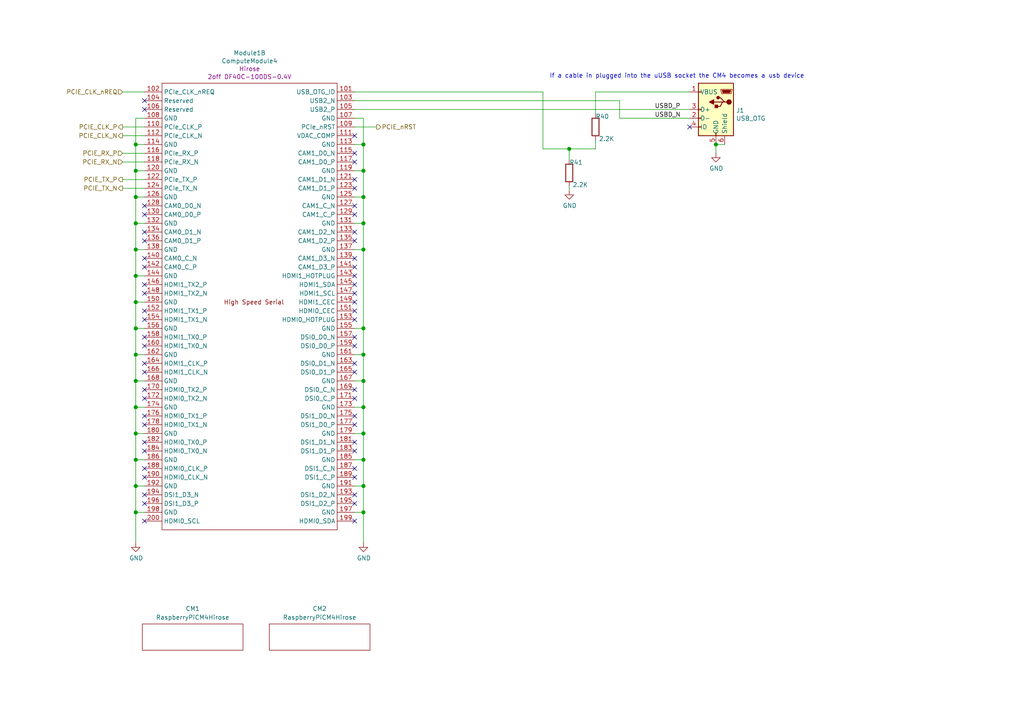
<source format=kicad_sch>
(kicad_sch (version 20210621) (generator eeschema)
  (paper "A4")
  (title_block (title "AP3500v2") (date "2021-01-19") (rev "1") (company "(c) ISis ImageStream Internet Solutions 2020") (comment 1 "www.imagestream.com"))
  (lib_symbols
    (symbol "AP3000:RaspberryPiCM4Hirose"
      (property "Reference" "CM" (at 0 0 0))
      (property "Value" "RaspberryPiCM4Hirose" (at 0 0 0))
      (symbol "RaspberryPiCM4Hirose_0_1"
        (rectangle (start -11.43 3.81) (end 17.78 -3.81) (stroke (width 0.1524)))
      )
    )
    (symbol "AP3500:ComputeModule4-CM4"
      (property "Reference" "Module" (at 113.03 -68.58 0))
      (property "Value" "ComputeModule4-CM4" (at 140.97 2.54 0))
      (property "Field4" "Hirose" (at 0 0 0))
      (property "Field5" "2x DF40C-100DS-0.4V" (at 0 -2.54 0))
      (symbol "ComputeModule4-CM4_1_0"
        (text "GPIO" (at 0 6.35 0) (effects (font (size 1.27 1.27))))
      )
      (symbol "ComputeModule4-CM4_1_1"
        (text "600mA Max" (at -8.89 -53.34 0) (effects (font (size 1.27 1.27))))
        (text "600mA Max" (at -8.89 -48.26 0) (effects (font (size 1.27 1.27))))
        (text "NB SD signals are only available" (at -1.27 -27.94 0) (effects (font (size 1.27 1.27))))
        (text "on modules without eMMC" (at -1.27 -30.48 0) (effects (font (size 1.27 1.27))))
        (rectangle (start -30.48 -71.12) (end 25.4 58.42))
        (pin power_in line (at 27.94 55.88 180) (length 2.54) (name "GND") (number "1"))
        (pin passive line (at -33.02 45.72 0) (length 2.54) (name "Ethernet_Pair0_N") (number "10"))
        (pin output line (at -33.02 -68.58 0) (length 2.54) (name "nEXTRST") (number "100"))
        (pin passive line (at 27.94 43.18 180) (length 2.54) (name "Ethernet_Pair2_P") (number "11"))
        (pin passive line (at -33.02 43.18 0) (length 2.54) (name "Ethernet_Pair0_P") (number "12"))
        (pin power_in line (at 27.94 40.64 180) (length 2.54) (name "GND") (number "13"))
        (pin power_in line (at -33.02 40.64 0) (length 2.54) (name "GND") (number "14"))
        (pin output line (at 27.94 38.1 180) (length 2.54) (name "Ethernet_nLED3(3.3v)") (number "15"))
        (pin input line (at -33.02 38.1 0) (length 2.54) (name "Ethernet_SYNC_IN(1.8v)") (number "16"))
        (pin output line (at 27.94 35.56 180) (length 2.54) (name "Ethernet_nLED2(3.3v)") (number "17"))
        (pin input line (at -33.02 35.56 0) (length 2.54) (name "Ethernet_SYNC_OUT(1.8v)") (number "18"))
        (pin output line (at 27.94 33.02 180) (length 2.54) (name "Ethernet_nLED1(3.3v)") (number "19"))
        (pin power_in line (at -33.02 55.88 0) (length 2.54) (name "GND") (number "2"))
        (pin passive line (at -33.02 33.02 0) (length 2.54) (name "EEPROM_nWP") (number "20"))
        (pin open_collector line (at 27.94 30.48 180) (length 2.54) (name "PI_nLED_Activity") (number "21"))
        (pin power_in line (at -33.02 30.48 0) (length 2.54) (name "GND") (number "22"))
        (pin power_in line (at 27.94 27.94 180) (length 2.54) (name "GND") (number "23"))
        (pin passive line (at -33.02 27.94 0) (length 2.54) (name "GPIO26") (number "24"))
        (pin passive line (at 27.94 25.4 180) (length 2.54) (name "GPIO21") (number "25"))
        (pin passive line (at -33.02 25.4 0) (length 2.54) (name "GPIO19") (number "26"))
        (pin passive line (at 27.94 22.86 180) (length 2.54) (name "GPIO20") (number "27"))
        (pin passive line (at -33.02 22.86 0) (length 2.54) (name "GPIO13") (number "28"))
        (pin passive line (at 27.94 20.32 180) (length 2.54) (name "GPIO16") (number "29"))
        (pin passive line (at 27.94 53.34 180) (length 2.54) (name "Ethernet_Pair3_P") (number "3"))
        (pin passive line (at -33.02 20.32 0) (length 2.54) (name "GPIO6") (number "30"))
        (pin passive line (at 27.94 17.78 180) (length 2.54) (name "GPIO12") (number "31"))
        (pin power_in line (at -33.02 17.78 0) (length 2.54) (name "GND") (number "32"))
        (pin power_in line (at 27.94 15.24 180) (length 2.54) (name "GND") (number "33"))
        (pin passive line (at -33.02 15.24 0) (length 2.54) (name "GPIO5") (number "34"))
        (pin passive line (at 27.94 12.7 180) (length 2.54) (name "ID_SC") (number "35"))
        (pin passive line (at -33.02 12.7 0) (length 2.54) (name "ID_SD") (number "36"))
        (pin passive line (at 27.94 10.16 180) (length 2.54) (name "GPIO7") (number "37"))
        (pin passive line (at -33.02 10.16 0) (length 2.54) (name "GPIO11") (number "38"))
        (pin passive line (at 27.94 7.62 180) (length 2.54) (name "GPIO8") (number "39"))
        (pin passive line (at -33.02 53.34 0) (length 2.54) (name "Ethernet_Pair1_P") (number "4"))
        (pin passive line (at -33.02 7.62 0) (length 2.54) (name "GPIO9") (number "40"))
        (pin passive line (at 27.94 5.08 180) (length 2.54) (name "GPIO25") (number "41"))
        (pin power_in line (at -33.02 5.08 0) (length 2.54) (name "GND") (number "42"))
        (pin power_in line (at 27.94 2.54 180) (length 2.54) (name "GND") (number "43"))
        (pin passive line (at -33.02 2.54 0) (length 2.54) (name "GPIO10") (number "44"))
        (pin passive line (at 27.94 0 180) (length 2.54) (name "GPIO24") (number "45"))
        (pin passive line (at -33.02 0 0) (length 2.54) (name "GPIO22") (number "46"))
        (pin passive line (at 27.94 -2.54 180) (length 2.54) (name "GPIO23") (number "47"))
        (pin passive line (at -33.02 -2.54 0) (length 2.54) (name "GPIO27") (number "48"))
        (pin passive line (at 27.94 -5.08 180) (length 2.54) (name "GPIO18") (number "49"))
        (pin passive line (at 27.94 50.8 180) (length 2.54) (name "Ethernet_Pair3_N") (number "5"))
        (pin passive line (at -33.02 -5.08 0) (length 2.54) (name "GPIO17") (number "50"))
        (pin passive line (at 27.94 -7.62 180) (length 2.54) (name "GPIO15") (number "51"))
        (pin power_in line (at -33.02 -7.62 0) (length 2.54) (name "GND") (number "52"))
        (pin power_in line (at 27.94 -10.16 180) (length 2.54) (name "GND") (number "53"))
        (pin passive line (at -33.02 -10.16 0) (length 2.54) (name "GPIO4") (number "54"))
        (pin passive line (at 27.94 -12.7 180) (length 2.54) (name "GPIO14") (number "55"))
        (pin passive line (at -33.02 -12.7 0) (length 2.54) (name "GPIO3") (number "56"))
        (pin passive line (at 27.94 -15.24 180) (length 2.54) (name "SD_CLK") (number "57"))
        (pin passive line (at -33.02 -15.24 0) (length 2.54) (name "GPIO2") (number "58"))
        (pin power_in line (at 27.94 -17.78 180) (length 2.54) (name "GND") (number "59"))
        (pin passive line (at -33.02 50.8 0) (length 2.54) (name "Ethernet_Pair1_N") (number "6"))
        (pin power_in line (at -33.02 -17.78 0) (length 2.54) (name "GND") (number "60"))
        (pin passive line (at 27.94 -20.32 180) (length 2.54) (name "SD_DAT3") (number "61"))
        (pin passive line (at -33.02 -20.32 0) (length 2.54) (name "SD_CMD") (number "62"))
        (pin passive line (at 27.94 -22.86 180) (length 2.54) (name "SD_DAT0") (number "63"))
        (pin passive line (at -33.02 -22.86 0) (length 2.54) (name "SD_DAT5") (number "64"))
        (pin power_in line (at 27.94 -25.4 180) (length 2.54) (name "GND") (number "65"))
        (pin power_in line (at -33.02 -25.4 0) (length 2.54) (name "GND") (number "66"))
        (pin passive line (at 27.94 -27.94 180) (length 2.54) (name "SD_DAT1") (number "67"))
        (pin passive line (at -33.02 -27.94 0) (length 2.54) (name "SD_DAT4") (number "68"))
        (pin passive line (at 27.94 -30.48 180) (length 2.54) (name "SD_DAT2") (number "69"))
        (pin power_in line (at 27.94 48.26 180) (length 2.54) (name "GND") (number "7"))
        (pin passive line (at -33.02 -30.48 0) (length 2.54) (name "SD_DAT7") (number "70"))
        (pin power_in line (at 27.94 -33.02 180) (length 2.54) (name "GND") (number "71"))
        (pin passive line (at -33.02 -33.02 0) (length 2.54) (name "SD_DAT6") (number "72"))
        (pin input line (at 27.94 -35.56 180) (length 2.54) (name "SD_VDD_Override") (number "73"))
        (pin power_in line (at -33.02 -35.56 0) (length 2.54) (name "GND") (number "74"))
        (pin output line (at 27.94 -38.1 180) (length 2.54) (name "SD_PWR_ON") (number "75"))
        (pin passive line (at -33.02 -38.1 0) (length 2.54) (name "Reserved") (number "76"))
        (pin power_in line (at 27.94 -40.64 180) (length 2.54) (name "+5v_(Input)") (number "77"))
        (pin power_in line (at -33.02 -40.64 0) (length 2.54) (name "GPIO_VREF(1.8v/3.3v_Input)") (number "78"))
        (pin power_in line (at 27.94 -43.18 180) (length 2.54) (name "+5v_(Input)") (number "79"))
        (pin power_in line (at -33.02 48.26 0) (length 2.54) (name "GND") (number "8"))
        (pin passive line (at -33.02 -43.18 0) (length 2.54) (name "SCL0") (number "80"))
        (pin power_in line (at 27.94 -45.72 180) (length 2.54) (name "+5v_(Input)") (number "81"))
        (pin passive line (at -33.02 -45.72 0) (length 2.54) (name "SDA0") (number "82"))
        (pin power_in line (at 27.94 -48.26 180) (length 2.54) (name "+5v_(Input)") (number "83"))
        (pin power_out line (at -33.02 -48.26 0) (length 2.54) (name "+3.3v_(Output)") (number "84"))
        (pin power_in line (at 27.94 -50.8 180) (length 2.54) (name "+5v_(Input)") (number "85"))
        (pin power_out line (at -33.02 -50.8 0) (length 2.54) (name "+3.3v_(Output)") (number "86"))
        (pin power_in line (at 27.94 -53.34 180) (length 2.54) (name "+5v_(Input)") (number "87"))
        (pin power_out line (at -33.02 -53.34 0) (length 2.54) (name "+1.8v_(Output)") (number "88"))
        (pin power_in line (at 27.94 -55.88 180) (length 2.54) (name "WiFi_nDisable") (number "89"))
        (pin passive line (at 27.94 45.72 180) (length 2.54) (name "Ethernet_Pair2_N") (number "9"))
        (pin power_out line (at -33.02 -55.88 0) (length 2.54) (name "+1.8v_(Output)") (number "90"))
        (pin power_in line (at 27.94 -58.42 180) (length 2.54) (name "BT_nDisable") (number "91"))
        (pin passive line (at -33.02 -58.42 0) (length 2.54) (name "RUN_PG") (number "92"))
        (pin input line (at 27.94 -60.96 180) (length 2.54) (name "nRPIBOOT") (number "93"))
        (pin passive line (at -33.02 -60.96 0) (length 2.54) (name "AnalogIP0") (number "94"))
        (pin output line (at 27.94 -63.5 180) (length 2.54) (name "nPI_LED_PWR") (number "95"))
        (pin passive line (at -33.02 -63.5 0) (length 2.54) (name "AnalogIP1") (number "96"))
        (pin passive line (at 27.94 -66.04 180) (length 2.54) (name "Camera_GPIO") (number "97"))
        (pin power_in line (at -33.02 -66.04 0) (length 2.54) (name "GND") (number "98"))
        (pin input line (at 27.94 -68.58 180) (length 2.54) (name "Global_EN") (number "99"))
      )
      (symbol "ComputeModule4-CM4_2_1"
        (text "High Speed Serial" (at 140.97 0 0) (effects (font (size 1.27 1.27))))
        (rectangle (start 114.3 -66.04) (end 165.1 63.5))
        (pin input line (at 170.18 60.96 180) (length 5.08) (name "USB_OTG_ID") (number "101"))
        (pin input line (at 109.22 60.96 0) (length 5.08) (name "PCIe_CLK_nREQ") (number "102"))
        (pin passive line (at 170.18 58.42 180) (length 5.08) (name "USB2_N") (number "103"))
        (pin passive line (at 109.22 58.42 0) (length 5.08) (name "Reserved") (number "104"))
        (pin passive line (at 170.18 55.88 180) (length 5.08) (name "USB2_P") (number "105"))
        (pin passive line (at 109.22 55.88 0) (length 5.08) (name "Reserved") (number "106"))
        (pin power_in line (at 170.18 53.34 180) (length 5.08) (name "GND") (number "107"))
        (pin power_in line (at 109.22 53.34 0) (length 5.08) (name "GND") (number "108"))
        (pin bidirectional line (at 170.18 50.8 180) (length 5.08) (name "PCIe_nRST") (number "109"))
        (pin output line (at 109.22 50.8 0) (length 5.08) (name "PCIe_CLK_P") (number "110"))
        (pin passive line (at 170.18 48.26 180) (length 5.08) (name "VDAC_COMP") (number "111"))
        (pin output line (at 109.22 48.26 0) (length 5.08) (name "PCIe_CLK_N") (number "112"))
        (pin power_in line (at 170.18 45.72 180) (length 5.08) (name "GND") (number "113"))
        (pin power_in line (at 109.22 45.72 0) (length 5.08) (name "GND") (number "114"))
        (pin input line (at 170.18 43.18 180) (length 5.08) (name "CAM1_D0_N") (number "115"))
        (pin input line (at 109.22 43.18 0) (length 5.08) (name "PCIe_RX_P") (number "116"))
        (pin input line (at 170.18 40.64 180) (length 5.08) (name "CAM1_D0_P") (number "117"))
        (pin input line (at 109.22 40.64 0) (length 5.08) (name "PCIe_RX_N") (number "118"))
        (pin power_in line (at 170.18 38.1 180) (length 5.08) (name "GND") (number "119"))
        (pin power_in line (at 109.22 38.1 0) (length 5.08) (name "GND") (number "120"))
        (pin input line (at 170.18 35.56 180) (length 5.08) (name "CAM1_D1_N") (number "121"))
        (pin output line (at 109.22 35.56 0) (length 5.08) (name "PCIe_TX_P") (number "122"))
        (pin input line (at 170.18 33.02 180) (length 5.08) (name "CAM1_D1_P") (number "123"))
        (pin output line (at 109.22 33.02 0) (length 5.08) (name "PCIe_TX_N") (number "124"))
        (pin power_in line (at 170.18 30.48 180) (length 5.08) (name "GND") (number "125"))
        (pin power_in line (at 109.22 30.48 0) (length 5.08) (name "GND") (number "126"))
        (pin input line (at 170.18 27.94 180) (length 5.08) (name "CAM1_C_N") (number "127"))
        (pin input line (at 109.22 27.94 0) (length 5.08) (name "CAM0_D0_N") (number "128"))
        (pin input line (at 170.18 25.4 180) (length 5.08) (name "CAM1_C_P") (number "129"))
        (pin input line (at 109.22 25.4 0) (length 5.08) (name "CAM0_D0_P") (number "130"))
        (pin power_in line (at 170.18 22.86 180) (length 5.08) (name "GND") (number "131"))
        (pin power_in line (at 109.22 22.86 0) (length 5.08) (name "GND") (number "132"))
        (pin input line (at 170.18 20.32 180) (length 5.08) (name "CAM1_D2_N") (number "133"))
        (pin input line (at 109.22 20.32 0) (length 5.08) (name "CAM0_D1_N") (number "134"))
        (pin input line (at 170.18 17.78 180) (length 5.08) (name "CAM1_D2_P") (number "135"))
        (pin input line (at 109.22 17.78 0) (length 5.08) (name "CAM0_D1_P") (number "136"))
        (pin power_in line (at 170.18 15.24 180) (length 5.08) (name "GND") (number "137"))
        (pin power_in line (at 109.22 15.24 0) (length 5.08) (name "GND") (number "138"))
        (pin input line (at 170.18 12.7 180) (length 5.08) (name "CAM1_D3_N") (number "139"))
        (pin input line (at 109.22 12.7 0) (length 5.08) (name "CAM0_C_N") (number "140"))
        (pin input line (at 170.18 10.16 180) (length 5.08) (name "CAM1_D3_P") (number "141"))
        (pin input line (at 109.22 10.16 0) (length 5.08) (name "CAM0_C_P") (number "142"))
        (pin input line (at 170.18 7.62 180) (length 5.08) (name "HDMI1_HOTPLUG") (number "143"))
        (pin power_in line (at 109.22 7.62 0) (length 5.08) (name "GND") (number "144"))
        (pin bidirectional line (at 170.18 5.08 180) (length 5.08) (name "HDMI1_SDA") (number "145"))
        (pin output line (at 109.22 5.08 0) (length 5.08) (name "HDMI1_TX2_P") (number "146"))
        (pin open_collector line (at 170.18 2.54 180) (length 5.08) (name "HDMI1_SCL") (number "147"))
        (pin output line (at 109.22 2.54 0) (length 5.08) (name "HDMI1_TX2_N") (number "148"))
        (pin open_collector line (at 170.18 0 180) (length 5.08) (name "HDMI1_CEC") (number "149"))
        (pin power_in line (at 109.22 0 0) (length 5.08) (name "GND") (number "150"))
        (pin open_collector line (at 170.18 -2.54 180) (length 5.08) (name "HDMI0_CEC") (number "151"))
        (pin output line (at 109.22 -2.54 0) (length 5.08) (name "HDMI1_TX1_P") (number "152"))
        (pin input line (at 170.18 -5.08 180) (length 5.08) (name "HDMI0_HOTPLUG") (number "153"))
        (pin output line (at 109.22 -5.08 0) (length 5.08) (name "HDMI1_TX1_N") (number "154"))
        (pin power_in line (at 170.18 -7.62 180) (length 5.08) (name "GND") (number "155"))
        (pin power_in line (at 109.22 -7.62 0) (length 5.08) (name "GND") (number "156"))
        (pin output line (at 170.18 -10.16 180) (length 5.08) (name "DSI0_D0_N") (number "157"))
        (pin output line (at 109.22 -10.16 0) (length 5.08) (name "HDMI1_TX0_P") (number "158"))
        (pin output line (at 170.18 -12.7 180) (length 5.08) (name "DSI0_D0_P") (number "159"))
        (pin output line (at 109.22 -12.7 0) (length 5.08) (name "HDMI1_TX0_N") (number "160"))
        (pin power_in line (at 170.18 -15.24 180) (length 5.08) (name "GND") (number "161"))
        (pin power_in line (at 109.22 -15.24 0) (length 5.08) (name "GND") (number "162"))
        (pin output line (at 170.18 -17.78 180) (length 5.08) (name "DSI0_D1_N") (number "163"))
        (pin output line (at 109.22 -17.78 0) (length 5.08) (name "HDMI1_CLK_P") (number "164"))
        (pin output line (at 170.18 -20.32 180) (length 5.08) (name "DSI0_D1_P") (number "165"))
        (pin output line (at 109.22 -20.32 0) (length 5.08) (name "HDMI1_CLK_N") (number "166"))
        (pin power_in line (at 170.18 -22.86 180) (length 5.08) (name "GND") (number "167"))
        (pin power_in line (at 109.22 -22.86 0) (length 5.08) (name "GND") (number "168"))
        (pin output line (at 170.18 -25.4 180) (length 5.08) (name "DSI0_C_N") (number "169"))
        (pin output line (at 109.22 -25.4 0) (length 5.08) (name "HDMI0_TX2_P") (number "170"))
        (pin output line (at 170.18 -27.94 180) (length 5.08) (name "DSI0_C_P") (number "171"))
        (pin output line (at 109.22 -27.94 0) (length 5.08) (name "HDMI0_TX2_N") (number "172"))
        (pin power_in line (at 170.18 -30.48 180) (length 5.08) (name "GND") (number "173"))
        (pin power_in line (at 109.22 -30.48 0) (length 5.08) (name "GND") (number "174"))
        (pin output line (at 170.18 -33.02 180) (length 5.08) (name "DSI1_D0_N") (number "175"))
        (pin output line (at 109.22 -33.02 0) (length 5.08) (name "HDMI0_TX1_P") (number "176"))
        (pin output line (at 170.18 -35.56 180) (length 5.08) (name "DSI1_D0_P") (number "177"))
        (pin output line (at 109.22 -35.56 0) (length 5.08) (name "HDMI0_TX1_N") (number "178"))
        (pin power_in line (at 170.18 -38.1 180) (length 5.08) (name "GND") (number "179"))
        (pin power_in line (at 109.22 -38.1 0) (length 5.08) (name "GND") (number "180"))
        (pin output line (at 170.18 -40.64 180) (length 5.08) (name "DSI1_D1_N") (number "181"))
        (pin output line (at 109.22 -40.64 0) (length 5.08) (name "HDMI0_TX0_P") (number "182"))
        (pin output line (at 170.18 -43.18 180) (length 5.08) (name "DSI1_D1_P") (number "183"))
        (pin output line (at 109.22 -43.18 0) (length 5.08) (name "HDMI0_TX0_N") (number "184"))
        (pin power_in line (at 170.18 -45.72 180) (length 5.08) (name "GND") (number "185"))
        (pin power_in line (at 109.22 -45.72 0) (length 5.08) (name "GND") (number "186"))
        (pin output line (at 170.18 -48.26 180) (length 5.08) (name "DSI1_C_N") (number "187"))
        (pin output line (at 109.22 -48.26 0) (length 5.08) (name "HDMI0_CLK_P") (number "188"))
        (pin output line (at 170.18 -50.8 180) (length 5.08) (name "DSI1_C_P") (number "189"))
        (pin output line (at 109.22 -50.8 0) (length 5.08) (name "HDMI0_CLK_N") (number "190"))
        (pin power_in line (at 170.18 -53.34 180) (length 5.08) (name "GND") (number "191"))
        (pin power_in line (at 109.22 -53.34 0) (length 5.08) (name "GND") (number "192"))
        (pin output line (at 170.18 -55.88 180) (length 5.08) (name "DSI1_D2_N") (number "193"))
        (pin output line (at 109.22 -55.88 0) (length 5.08) (name "DSI1_D3_N") (number "194"))
        (pin output line (at 170.18 -58.42 180) (length 5.08) (name "DSI1_D2_P") (number "195"))
        (pin output line (at 109.22 -58.42 0) (length 5.08) (name "DSI1_D3_P") (number "196"))
        (pin power_in line (at 170.18 -60.96 180) (length 5.08) (name "GND") (number "197"))
        (pin power_in line (at 109.22 -60.96 0) (length 5.08) (name "GND") (number "198"))
        (pin bidirectional line (at 170.18 -63.5 180) (length 5.08) (name "HDMI0_SDA") (number "199"))
        (pin open_collector line (at 109.22 -63.5 0) (length 5.08) (name "HDMI0_SCL") (number "200"))
      )
    )
    (symbol "Connector:USB_OTG"
      (property "Reference" "J" (at -5.08 11.43 0))
      (property "Value" "USB_OTG" (at -5.08 8.89 0))
      (symbol "USB_OTG_0_1"
        (circle (center -3.81 2.159) (radius 0.635) (stroke (width 0.254)) (fill (type outline)))
        (circle (center -0.635 3.429) (radius 0.381) (stroke (width 0.254)) (fill (type outline)))
        (rectangle (start -0.127 -7.62) (end 0.127 -6.858))
        (rectangle (start 5.08 -5.207) (end 4.318 -4.953))
        (rectangle (start 5.08 -2.667) (end 4.318 -2.413))
        (rectangle (start 5.08 -0.127) (end 4.318 0.127))
        (rectangle (start 5.08 4.953) (end 4.318 5.207))
        (rectangle (start 0.254 1.27) (end -0.508 0.508) (stroke (width 0.254)) (fill (type outline)))
        (rectangle (start -5.08 -7.62) (end 5.08 7.62) (stroke (width 0.254)) (fill (type background)))
        (polyline (pts (xy -1.905 2.159) (xy 0.635 2.159)) (stroke (width 0.254)))
        (polyline (pts (xy -3.175 2.159) (xy -2.54 2.159) (xy -1.27 3.429) (xy -0.635 3.429)) (stroke (width 0.254)))
        (polyline (pts (xy -2.54 2.159) (xy -1.905 2.159) (xy -1.27 0.889) (xy 0 0.889)) (stroke (width 0.254)))
        (polyline (pts (xy -4.699 5.842) (xy -4.699 5.588) (xy -4.445 4.826) (xy -4.445 4.572) (xy -1.651 4.572) (xy -1.651 4.826) (xy -1.397 5.588) (xy -1.397 5.842) (xy -4.699 5.842)))
        (polyline (pts (xy 0.635 2.794) (xy 0.635 1.524) (xy 1.905 2.159) (xy 0.635 2.794)) (stroke (width 0.254)) (fill (type outline)))
        (polyline (pts (xy -4.318 5.588) (xy -1.778 5.588) (xy -2.032 4.826) (xy -4.064 4.826) (xy -4.318 5.588)) (fill (type outline)))
      )
      (symbol "USB_OTG_1_1"
        (pin power_in line (at 7.62 5.08 180) (length 2.54) (name "VBUS") (number "1"))
        (pin passive line (at 7.62 -2.54 180) (length 2.54) (name "D-") (number "2"))
        (pin passive line (at 7.62 0 180) (length 2.54) (name "D+") (number "3"))
        (pin passive line (at 7.62 -5.08 180) (length 2.54) (name "ID") (number "4"))
        (pin power_in line (at 0 -10.16 90) (length 2.54) (name "GND") (number "5"))
        (pin passive line (at -2.54 -10.16 90) (length 2.54) (name "Shield") (number "6"))
      )
    )
    (symbol "Device:R" (pin_numbers hide) (pin_names (offset 0))
      (property "Reference" "R" (at 2.032 0 90))
      (property "Value" "R" (at 0 0 90))
      (symbol "R_0_1"
        (rectangle (start -1.016 -2.54) (end 1.016 2.54) (stroke (width 0.254)))
      )
      (symbol "R_1_1"
        (pin passive line (at 0 3.81 270) (length 1.27) (name "~") (number "1"))
        (pin passive line (at 0 -3.81 90) (length 1.27) (name "~") (number "2"))
      )
    )
    (symbol "power:GND" (power) (pin_names (offset 0))
      (property "Value" "GND" (at 0 -3.81 0))
      (symbol "GND_0_1"
        (polyline (pts (xy 0 0) (xy 0 -1.27) (xy 1.27 -1.27) (xy 0 -2.54) (xy -1.27 -1.27) (xy 0 -1.27)))
      )
      (symbol "GND_1_1"
        (pin power_in line (at 0 0 270) (length 0) hide (name "GND") (number "1"))
      )
    )
  )
  (junction (at 39.37 41.91) (diameter 1.016))
  (junction (at 39.37 49.53) (diameter 1.016))
  (junction (at 39.37 57.15) (diameter 1.016))
  (junction (at 39.37 64.77) (diameter 1.016))
  (junction (at 39.37 72.39) (diameter 1.016))
  (junction (at 39.37 80.01) (diameter 1.016))
  (junction (at 39.37 87.63) (diameter 1.016))
  (junction (at 39.37 95.25) (diameter 1.016))
  (junction (at 39.37 102.87) (diameter 1.016))
  (junction (at 39.37 110.49) (diameter 1.016))
  (junction (at 39.37 118.11) (diameter 1.016))
  (junction (at 39.37 125.73) (diameter 1.016))
  (junction (at 39.37 133.35) (diameter 1.016))
  (junction (at 39.37 140.97) (diameter 1.016))
  (junction (at 39.37 148.59) (diameter 1.016))
  (junction (at 105.41 41.91) (diameter 1.016))
  (junction (at 105.41 49.53) (diameter 1.016))
  (junction (at 105.41 57.15) (diameter 1.016))
  (junction (at 105.41 64.77) (diameter 1.016))
  (junction (at 105.41 72.39) (diameter 1.016))
  (junction (at 105.41 95.25) (diameter 1.016))
  (junction (at 105.41 102.87) (diameter 1.016))
  (junction (at 105.41 110.49) (diameter 1.016))
  (junction (at 105.41 118.11) (diameter 1.016))
  (junction (at 105.41 125.73) (diameter 1.016))
  (junction (at 105.41 133.35) (diameter 1.016))
  (junction (at 105.41 140.97) (diameter 1.016))
  (junction (at 105.41 148.59) (diameter 1.016))
  (junction (at 165.1 43.18) (diameter 1.016))
  (junction (at 207.645 41.91) (diameter 1.016))
  (no_connect (at 41.91 29.21))
  (no_connect (at 41.91 31.75))
  (no_connect (at 41.91 59.69))
  (no_connect (at 41.91 62.23))
  (no_connect (at 41.91 67.31))
  (no_connect (at 41.91 69.85))
  (no_connect (at 41.91 74.93))
  (no_connect (at 41.91 77.47))
  (no_connect (at 41.91 82.55))
  (no_connect (at 41.91 85.09))
  (no_connect (at 41.91 90.17))
  (no_connect (at 41.91 92.71))
  (no_connect (at 41.91 97.79))
  (no_connect (at 41.91 100.33))
  (no_connect (at 41.91 105.41))
  (no_connect (at 41.91 107.95))
  (no_connect (at 41.91 113.03))
  (no_connect (at 41.91 115.57))
  (no_connect (at 41.91 120.65))
  (no_connect (at 41.91 123.19))
  (no_connect (at 41.91 128.27))
  (no_connect (at 41.91 130.81))
  (no_connect (at 41.91 135.89))
  (no_connect (at 41.91 138.43))
  (no_connect (at 41.91 143.51))
  (no_connect (at 41.91 146.05))
  (no_connect (at 41.91 151.13))
  (no_connect (at 102.87 39.37))
  (no_connect (at 102.87 44.45))
  (no_connect (at 102.87 46.99))
  (no_connect (at 102.87 52.07))
  (no_connect (at 102.87 54.61))
  (no_connect (at 102.87 59.69))
  (no_connect (at 102.87 62.23))
  (no_connect (at 102.87 67.31))
  (no_connect (at 102.87 69.85))
  (no_connect (at 102.87 74.93))
  (no_connect (at 102.87 77.47))
  (no_connect (at 102.87 80.01))
  (no_connect (at 102.87 82.55))
  (no_connect (at 102.87 85.09))
  (no_connect (at 102.87 87.63))
  (no_connect (at 102.87 90.17))
  (no_connect (at 102.87 92.71))
  (no_connect (at 102.87 97.79))
  (no_connect (at 102.87 100.33))
  (no_connect (at 102.87 105.41))
  (no_connect (at 102.87 107.95))
  (no_connect (at 102.87 113.03))
  (no_connect (at 102.87 115.57))
  (no_connect (at 102.87 120.65))
  (no_connect (at 102.87 123.19))
  (no_connect (at 102.87 128.27))
  (no_connect (at 102.87 130.81))
  (no_connect (at 102.87 135.89))
  (no_connect (at 102.87 138.43))
  (no_connect (at 102.87 143.51))
  (no_connect (at 102.87 146.05))
  (no_connect (at 102.87 151.13))
  (no_connect (at 200.025 36.83))
  (wire (pts (xy 35.56 26.67) (xy 41.91 26.67)))
  (wire (pts (xy 35.56 36.83) (xy 41.91 36.83)))
  (wire (pts (xy 35.56 39.37) (xy 41.91 39.37)))
  (wire (pts (xy 35.56 52.07) (xy 41.91 52.07)))
  (wire (pts (xy 35.56 54.61) (xy 41.91 54.61)))
  (wire (pts (xy 39.37 34.29) (xy 39.37 41.91)))
  (wire (pts (xy 39.37 41.91) (xy 39.37 49.53)))
  (wire (pts (xy 39.37 41.91) (xy 41.91 41.91)))
  (wire (pts (xy 39.37 49.53) (xy 39.37 57.15)))
  (wire (pts (xy 39.37 49.53) (xy 41.91 49.53)))
  (wire (pts (xy 39.37 57.15) (xy 39.37 64.77)))
  (wire (pts (xy 39.37 57.15) (xy 41.91 57.15)))
  (wire (pts (xy 39.37 64.77) (xy 39.37 72.39)))
  (wire (pts (xy 39.37 64.77) (xy 41.91 64.77)))
  (wire (pts (xy 39.37 72.39) (xy 39.37 80.01)))
  (wire (pts (xy 39.37 72.39) (xy 41.91 72.39)))
  (wire (pts (xy 39.37 80.01) (xy 39.37 87.63)))
  (wire (pts (xy 39.37 80.01) (xy 41.91 80.01)))
  (wire (pts (xy 39.37 87.63) (xy 39.37 95.25)))
  (wire (pts (xy 39.37 87.63) (xy 41.91 87.63)))
  (wire (pts (xy 39.37 95.25) (xy 39.37 102.87)))
  (wire (pts (xy 39.37 95.25) (xy 41.91 95.25)))
  (wire (pts (xy 39.37 102.87) (xy 39.37 110.49)))
  (wire (pts (xy 39.37 102.87) (xy 41.91 102.87)))
  (wire (pts (xy 39.37 110.49) (xy 39.37 118.11)))
  (wire (pts (xy 39.37 110.49) (xy 41.91 110.49)))
  (wire (pts (xy 39.37 118.11) (xy 39.37 125.73)))
  (wire (pts (xy 39.37 118.11) (xy 41.91 118.11)))
  (wire (pts (xy 39.37 125.73) (xy 39.37 133.35)))
  (wire (pts (xy 39.37 125.73) (xy 41.91 125.73)))
  (wire (pts (xy 39.37 133.35) (xy 39.37 140.97)))
  (wire (pts (xy 39.37 133.35) (xy 41.91 133.35)))
  (wire (pts (xy 39.37 140.97) (xy 39.37 148.59)))
  (wire (pts (xy 39.37 148.59) (xy 39.37 157.48)))
  (wire (pts (xy 41.91 34.29) (xy 39.37 34.29)))
  (wire (pts (xy 41.91 44.45) (xy 35.56 44.45)))
  (wire (pts (xy 41.91 46.99) (xy 35.56 46.99)))
  (wire (pts (xy 41.91 140.97) (xy 39.37 140.97)))
  (wire (pts (xy 41.91 148.59) (xy 39.37 148.59)))
  (wire (pts (xy 102.87 31.75) (xy 200.025 31.75)))
  (wire (pts (xy 102.87 36.83) (xy 109.22 36.83)))
  (wire (pts (xy 102.87 41.91) (xy 105.41 41.91)))
  (wire (pts (xy 102.87 49.53) (xy 105.41 49.53)))
  (wire (pts (xy 102.87 57.15) (xy 105.41 57.15)))
  (wire (pts (xy 102.87 64.77) (xy 105.41 64.77)))
  (wire (pts (xy 102.87 72.39) (xy 105.41 72.39)))
  (wire (pts (xy 102.87 95.25) (xy 105.41 95.25)))
  (wire (pts (xy 102.87 102.87) (xy 105.41 102.87)))
  (wire (pts (xy 102.87 110.49) (xy 105.41 110.49)))
  (wire (pts (xy 102.87 118.11) (xy 105.41 118.11)))
  (wire (pts (xy 102.87 125.73) (xy 105.41 125.73)))
  (wire (pts (xy 102.87 133.35) (xy 105.41 133.35)))
  (wire (pts (xy 102.87 140.97) (xy 105.41 140.97)))
  (wire (pts (xy 102.87 148.59) (xy 105.41 148.59)))
  (wire (pts (xy 105.41 34.29) (xy 102.87 34.29)))
  (wire (pts (xy 105.41 41.91) (xy 105.41 34.29)))
  (wire (pts (xy 105.41 49.53) (xy 105.41 41.91)))
  (wire (pts (xy 105.41 57.15) (xy 105.41 49.53)))
  (wire (pts (xy 105.41 64.77) (xy 105.41 57.15)))
  (wire (pts (xy 105.41 72.39) (xy 105.41 64.77)))
  (wire (pts (xy 105.41 72.39) (xy 105.41 95.25)))
  (wire (pts (xy 105.41 95.25) (xy 105.41 102.87)))
  (wire (pts (xy 105.41 102.87) (xy 105.41 110.49)))
  (wire (pts (xy 105.41 110.49) (xy 105.41 118.11)))
  (wire (pts (xy 105.41 118.11) (xy 105.41 125.73)))
  (wire (pts (xy 105.41 125.73) (xy 105.41 133.35)))
  (wire (pts (xy 105.41 133.35) (xy 105.41 140.97)))
  (wire (pts (xy 105.41 140.97) (xy 105.41 148.59)))
  (wire (pts (xy 105.41 148.59) (xy 105.41 157.48)))
  (wire (pts (xy 157.48 26.67) (xy 102.87 26.67)))
  (wire (pts (xy 157.48 43.18) (xy 157.48 26.67)))
  (wire (pts (xy 157.48 43.18) (xy 165.1 43.18)))
  (wire (pts (xy 165.1 43.18) (xy 165.1 46.355)))
  (wire (pts (xy 165.1 53.975) (xy 165.1 55.245)))
  (wire (pts (xy 172.72 26.67) (xy 200.025 26.67)))
  (wire (pts (xy 172.72 33.02) (xy 172.72 26.67)))
  (wire (pts (xy 172.72 40.64) (xy 172.72 43.18)))
  (wire (pts (xy 172.72 43.18) (xy 165.1 43.18)))
  (wire (pts (xy 179.705 29.21) (xy 102.87 29.21)))
  (wire (pts (xy 179.705 34.29) (xy 179.705 29.21)))
  (wire (pts (xy 179.705 34.29) (xy 200.025 34.29)))
  (wire (pts (xy 207.645 41.91) (xy 210.185 41.91)))
  (wire (pts (xy 207.645 44.45) (xy 207.645 41.91)))
  (text "If a cable in plugged into the uUSB socket the CM4 becomes a usb device" (at 159.385 22.86 0) (effects (font (size 1.27 1.27)) (justify left bottom)))
  (label "USBD_P" (at 189.865 31.75 0))
  (label "USBD_N" (at 189.865 34.29 0))
  (hierarchical_label "PCIE_CLK_nREQ" (shape input) (at 35.56 26.67 180))
  (hierarchical_label "PCIE_CLK_P" (shape output) (at 35.56 36.83 180))
  (hierarchical_label "PCIE_CLK_N" (shape output) (at 35.56 39.37 180))
  (hierarchical_label "PCIE_RX_P" (shape input) (at 35.56 44.45 180))
  (hierarchical_label "PCIE_RX_N" (shape input) (at 35.56 46.99 180))
  (hierarchical_label "PCIE_TX_P" (shape output) (at 35.56 52.07 180))
  (hierarchical_label "PCIE_TX_N" (shape output) (at 35.56 54.61 180))
  (hierarchical_label "PCIE_nRST" (shape output) (at 109.22 36.83 0))
  (symbol (lib_id "power:GND") (at 39.37 157.48 0) (unit 1)
    (property "Reference" "#PWR0131" (effects hide))
    (property "Value" "GND" (at 39.497 161.8742 0))
  )
  (symbol (lib_id "power:GND") (at 105.41 157.48 0) (unit 1)
    (property "Reference" "#PWR0130" (effects hide))
    (property "Value" "GND" (at 105.537 161.8742 0))
  )
  (symbol (lib_id "power:GND") (at 165.1 55.245 0) (unit 1)
    (property "Reference" "#PWR0103" (effects hide))
    (property "Value" "GND" (at 165.227 59.6392 0))
  )
  (symbol (lib_id "power:GND") (at 207.645 44.45 0) (unit 1)
    (property "Reference" "#PWR0106" (effects hide))
    (property "Value" "GND" (at 207.772 48.8442 0))
  )
  (symbol (lib_id "Device:R") (at 165.1 50.165 0) (mirror y) (unit 1)
    (property "Reference" "R41" (at 169.037 47.117 0) (effects (justify left)))
    (property "Value" "2.2K" (at 170.561 53.594 0) (effects (justify left)))
    (property "Footprint" "Resistor_SMD:R_0603_1608Metric" (effects hide))
    (property "PartsBoxID" "0603-2.2K-1%" (effects hide))
    (property "LCSC" "C4190" (effects hide))
  )
  (symbol (lib_id "Device:R") (at 172.72 36.83 0) (mirror y) (unit 1)
    (property "Reference" "R40" (at 176.657 33.782 0) (effects (justify left)))
    (property "Value" "2.2K" (at 178.181 40.259 0) (effects (justify left)))
    (property "Footprint" "Resistor_SMD:R_0603_1608Metric" (effects hide))
    (property "PartsBoxID" "0603-2.2K-1%" (effects hide))
    (property "LCSC" "C4190" (effects hide))
  )
  (symbol (lib_id "AP3000:RaspberryPiCM4Hirose") (at 52.705 184.785 0) (unit 1)
    (property "Reference" "CM1" (at 55.88 176.53 0))
    (property "Value" "RaspberryPiCM4Hirose" (at 55.88 179.07 0))
    (property "Footprint" "AP3000:Hirose-DF40C-100DS-0.4V" (effects hide))
    (property "LCSC" "C424649" (effects hide))
  )
  (symbol (lib_id "AP3000:RaspberryPiCM4Hirose") (at 89.535 184.785 0) (unit 1)
    (property "Reference" "CM2" (at 92.71 176.53 0))
    (property "Value" "RaspberryPiCM4Hirose" (at 92.71 179.07 0))
    (property "Footprint" "AP3000:Hirose-DF40C-100DS-0.4V" (effects hide))
    (property "LCSC" "C424649" (effects hide))
  )
  (symbol (lib_id "Connector:USB_OTG") (at 207.645 31.75 0) (mirror y) (unit 1)
    (property "Reference" "J1" (at 213.487 32.0294 0) (effects (justify right)))
    (property "Value" "USB_OTG" (at 213.487 34.3408 0) (effects (justify right)))
    (property "Footprint" "Scott:AMPHENOL_10118194-0001LF" (effects hide))
    (property "Datasheet" "https://cdn.amphenol-icc.com/media/wysiwyg/files/documentation/datasheet/inputoutput/io_usb_micro.pd" (effects hide))
    (property "Field4" "Digikey" (effects hide))
    (property "Field5" "609-4050-2-ND" (effects hide))
    (property "Field6" "690-005-298-486" (effects hide))
    (property "Field7" "EDAC" (effects hide))
    (property "Part Description" "USB - micro B USB 2.0 Receptacle Connector 5 Position Surface Mount, Right Angle; Through Hole" (effects hide))
    (property "Field8" "UCON00686" (effects hide))
    (property "LCSC" "C132563" (effects hide))
    (property "PartsBoxID" "C132563" (effects hide))
  )
  (symbol (lib_id "AP3500:ComputeModule4-CM4") (at -67.31 87.63 0) (unit 2) (in_bom no)
    (property "Reference" "Module1" (at 72.39 15.367 0))
    (property "Value" "ComputeModule4" (at 72.39 17.6784 0))
    (property "Footprint" "AP3000:Raspberry-Pi-4-Compute-Module" (effects hide))
    (property "Field4" "Hirose" (at 72.39 19.9644 0))
    (property "Field5" "2off DF40C-100DS-0.4V" (at 72.39 22.2758 0))
    (property "Field6" "2off DF40C-100DS-0.4V" (effects hide))
    (property "Field7" "Hirose" (effects hide))
    (property "Part Description" "	100 Position Connector Receptacle, Center Strip Contacts Surface Mount Gold" (effects hide))
    (property "PartsBoxID" "DF40C-100DS-0.4V(51)" (effects hide))
  )
)
</source>
